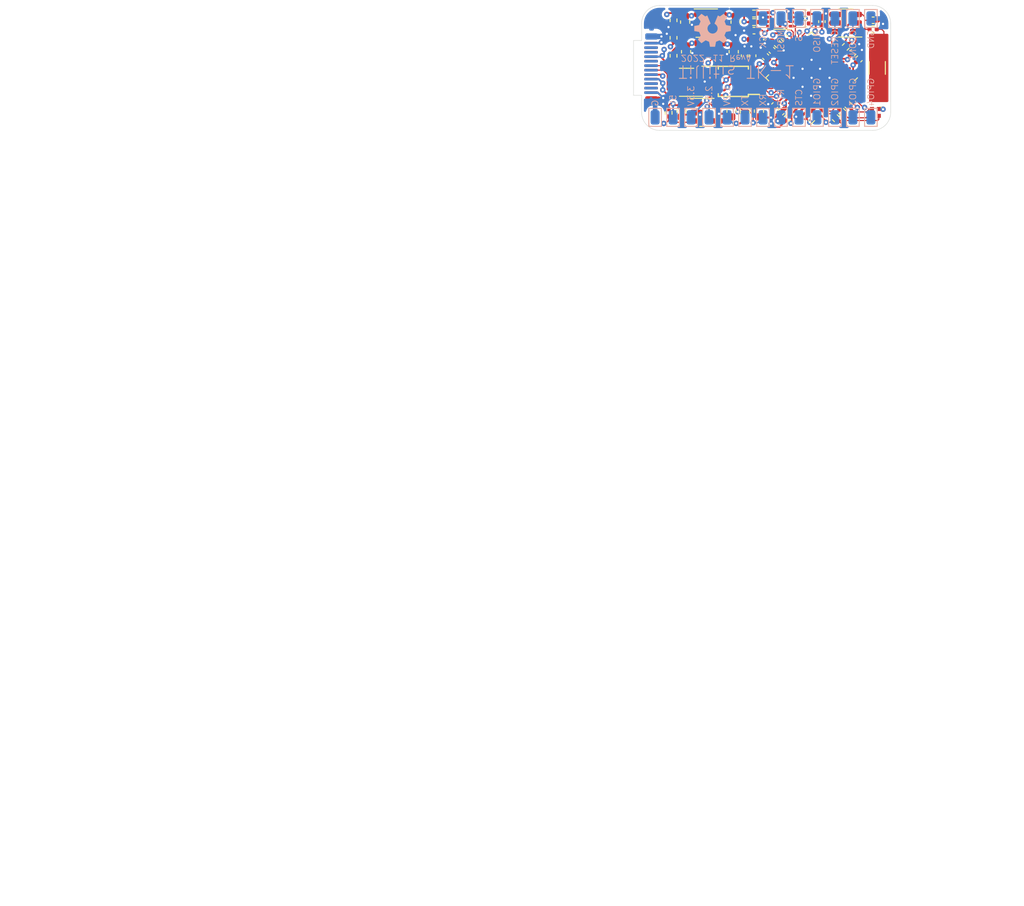
<source format=kicad_pcb>
(kicad_pcb (version 20211014) (generator pcbnew)
  (layers (0 "F.Cu" signal) (1 "In1.Cu" signal) (2 "In2.Cu" signal) (31 "B.Cu" signal) (34 "B.Paste" user) (35 "F.Paste" user) (36 "B.SilkS" user "B.Silkscreen") (37 "F.SilkS" user "F.Silkscreen") (38 "B.Mask" user) (39 "F.Mask" user) (44 "Edge.Cuts" user))
  (net 0 "")
  (net 1 "GND")
  (net 2 "+5V")
  (net 3 "+3V3")
  (net 4 "+2V5")
  (net 5 "+1V2")
  (net 6 "Net-(D3-Pad2)")
  (net 7 "Net-(D3-Pad4)")
  (net 8 "Net-(D3-Pad3)")
  (net 9 "/USB to Serial converter/INT_USB_IN_D+")
  (net 10 "APP_CDONE")
  (net 11 "APP_CRESET")
  (net 12 "APP_ICE_SCK")
  (net 13 "Net-(R1-Pad2)")
  (net 14 "VCC_OK")
  (net 17 "APP_LED_RED")
  (net 18 "APP_LED_GREEN")
  (net 19 "APP_LED_BLUE")
  (net 20 "SPI_VCC_OK")
  (net 21 "/USB to Serial converter/INT_USB_IN_D-")
  (net 22 "INT_USB_D+")
  (net 23 "INT_USB_D-")
  (net 24 "/Application FPGA/APP_+1.2_PLL")
  (net 25 "INTERFACE_TX")
  (net 28 "Net-(P1-PadA5)")
  (net 47 "APP_ICE_SS")
  (net 48 "APP_ICE_MOSI")
  (net 49 "APP_ICE_MISO")
  (net 57 "INTERFACE_RX")
  (net 58 "INTERFACE_RTS")
  (net 59 "INTERFACE_CTS")
  (net 60 "Net-(C27-Pad1)")
  (net 63 "/Application FPGA/APP_FLASH_WP")
  (net 64 "/Application FPGA/APP_FLASH_HOLD")
  (net 65 "APP_GPIO1")
  (net 66 "APP_GPIO2")
  (net 67 "APP_GPIO3")
  (net 68 "APP_GPIO4")
  (net 69 "TOUCH_EVENT")
  (net 70 "Net-(D1-Pad1)")
  (net 72 "/Application FPGA/TOUCH_PAD")
  (footprint "mta1:CAPC1005X06L" (layer "F.Cu") (at 111.45 92.65 90)
    (fp_text reference "C7" hide)
    (fp_text value "0.10uF" hide)
  )
  (footprint "mta1:CAPC1005X06L" (layer "F.Cu") (at 112.35 92.65 90)
    (fp_text reference "C13" hide)
    (fp_text value "0.10uF" hide)
  )
  (footprint "mta1:CAPC1005X06L" (layer "F.Cu") (at 123.5 92.3 45)
    (fp_text reference "C16" hide)
    (fp_text value "0.10uF" hide)
  )
  (footprint "mta1:CAPC1005X06L" (layer "F.Cu") (at 114.8 98.2 -135)
    (fp_text reference "C17" hide)
    (fp_text value "0.10uF" hide)
  )
  (footprint "mta1:CAPC1005X06L" (layer "F.Cu") (at 113.8 92.75 135)
    (fp_text reference "C18" hide)
    (fp_text value "0.10uF" hide)
  )
  (footprint "mta1:CAPC1005X06L" (layer "F.Cu") (at 124.2 93 45)
    (fp_text reference "C19" hide)
    (fp_text value "0.10uF" hide)
  )
  (footprint "mta1:CAPC1005X06L" (layer "F.Cu") (at 115.5 98.9 -135)
    (fp_text reference "C20" hide)
    (fp_text value "0.10uF" hide)
  )
  (footprint "mta1:CAPC1005X06L" (layer "F.Cu") (at 116.2 99.6 -135)
    (fp_text reference "C21" hide)
    (fp_text value "0.10uF" hide)
  )
  (footprint "LED_SMD:LED_0402_1005Metric" (layer "F.Cu") (at 112.5 90.85 180)
    (fp_text reference "D1" hide)
    (fp_text value "0402 indicator LED, blue" hide)
  )
  (footprint "mta1:0402rgb-1010" (layer "F.Cu") (at 126 98.95 90)
    (fp_text reference "D3")
    (fp_text value "LED_ARGB" hide)
  )
  (footprint "mta1:ERJ2G(0402)_L" (layer "F.Cu") (at 103.55 88.7 -90)
    (fp_text reference "R1" hide)
    (fp_text value "10k" hide)
  )
  (footprint "mta1:ERJ2G(0402)_L" (layer "F.Cu") (at 103.55 92.65 -90)
    (fp_text reference "R2" hide)
    (fp_text value "10k" hide)
  )
  (footprint "mta1:ERJ2G(0402)_L" (layer "F.Cu") (at 121.6 99.6 -45)
    (fp_text reference "R16" hide)
    (fp_text value "1k" hide)
  )
  (footprint "mta1:ERJ2G(0402)_L" (layer "F.Cu") (at 122.3 98.9 -45)
    (fp_text reference "R17" hide)
    (fp_text value "1k" hide)
  )
  (footprint "mta1:ERJ2G(0402)_L" (layer "F.Cu") (at 123 98.2 -45)
    (fp_text reference "R18" hide)
    (fp_text value "1k" hide)
  )
  (footprint "mta1:ERJ2G(0402)_L" (layer "F.Cu") (at 122.7 91.65 -135)
    (fp_text reference "R19" hide)
    (fp_text value "10k" hide)
  )
  (footprint "Package_TO_SOT_SMD:SOT-23-6" (layer "F.Cu") (at 105 95.6 180)
    (fp_text reference "U5" hide)
    (fp_text value "USBLC6-2SC6" hide)
  )
  (footprint "Package_DFN_QFN:QFN-48-1EP_7x7mm_P0.5mm_EP5.6x5.6mm" (layer "F.Cu") (at 118.9 95.1 -135)
    (fp_text reference "U6" hide)
    (fp_text value "ICE40UP5K-SG48ITR" hide)
  )
  (footprint "mta1:CAPC1608X09L" (layer "F.Cu") (at 104.94375 92.2 -90)
    (fp_text reference "C6" hide)
    (fp_text value "10uF" hide)
  )
  (footprint "mta1:CAPC1608X09L" (layer "F.Cu") (at 113.05 98.8 -90)
    (fp_text reference "C25" hide)
    (fp_text value "10uF" hide)
  )
  (footprint "mta1:Ferritbead_0603_1608Metric" (layer "F.Cu") (at 111.5 98.8 -90)
    (fp_text reference "FB3" hide)
    (fp_text value "BLM18KG300TN1D" hide)
  )
  (footprint "mta1:ERJ2G(0402)_L" (layer "F.Cu") (at 103 99 -90)
    (fp_text reference "R22" hide)
    (fp_text value "10k" hide)
  )
  (footprint "mta1:ERJ2G(0402)_L" (layer "F.Cu") (at 103.55 90.65 90)
    (fp_text reference "R29" hide)
    (fp_text value "5.1k" hide)
  )
  (footprint "mta1:ERJ2G(0402)_L" (layer "F.Cu") (at 115.9 90.65 -45)
    (fp_text reference "R20" hide)
    (fp_text value "10k" hide)
  )
  (footprint "mta1:CAPC1608X09L" (layer "F.Cu") (at 104.84375 88.9 -90)
    (fp_text reference "C1" hide)
    (fp_text value "10uF" hide)
  )
  (footprint "mta1:CAPC1608X09L" (layer "F.Cu") (at 110.45 88.9 -90)
    (fp_text reference "C5" hide)
    (fp_text value "10uF" hide)
  )
  (footprint "Package_TO_SOT_SMD:SOT-23-5" (layer "F.Cu") (at 107.64375 89)
    (fp_text reference "U2" hide)
    (fp_text value "MIC5258-1.2YM5" hide)
  )
  (footprint "mta1:CAPC1608X09L" (layer "F.Cu") (at 110 98.8 -90)
    (fp_text reference "C4" hide)
    (fp_text value "10uF" hide)
  )
  (footprint "mta1:CAPC1608X09L" (layer "F.Cu") (at 104.45 98.8 -90)
    (fp_text reference "C2" hide)
    (fp_text value "10uF" hide)
  )
  (footprint "Package_TO_SOT_SMD:SOT-23-5" (layer "F.Cu") (at 107.25 98.95)
    (fp_text reference "U1" hide)
    (fp_text value "MCP1824T-2502EOT" hide)
  )
  (footprint "mta1:CAPC1608X09L" (layer "F.Cu") (at 110.24375 92.2 -90)
    (fp_text reference "C3" hide)
    (fp_text value "10uF" hide)
  )
  (footprint "mta1:ERJ2G(0402)_L" (layer "F.Cu") (at 115.15 91.35 -45)
    (fp_text reference "R3" hide)
    (fp_text value "1k" hide)
  )
  (footprint "mta1:CAPC1005X06L" (layer "F.Cu") (at 114.5 92.05 135)
    (fp_text reference "C22" hide)
    (fp_text value "0.10uF" hide)
  )
  (footprint "mta1:NCP752BSN33T1G" (layer "F.Cu") (at 107.59375 92.2)
    (fp_text reference "U9" hide)
    (fp_text value "NCP752BSN33T1G" hide)
  )
  (footprint "mta1:ERJ2G(0402)_L" (layer "F.Cu") (at 118.2 87.95 180)
    (fp_text reference "R25" hide)
    (fp_text value "10k" hide)
  )
  (footprint "mta1:CAPC1005X06L" (layer "F.Cu") (at 112.5 89.85 180)
    (fp_text reference "C23" hide)
    (fp_text value "0.10uF" hide)
  )
  (footprint "Package_SO:MSOP-10_3x3mm_P0.5mm" (layer "F.Cu") (at 110.2 95.5 180)
    (fp_text reference "U3" hide)
    (fp_text value "CH552E" hide)
  )
  (footprint "mta1:CAPC1005X06L" (layer "F.Cu") (at 120.05 88.85 90)
    (fp_text reference "C26" hide)
    (fp_text value "0.10uF" hide)
  )
  (footprint "mta1:ERJ2G(0402)_L" (layer "F.Cu") (at 118.2 89.05 180)
    (fp_text reference "R23" hide)
    (fp_text value "10k" hide)
  )
  (footprint "mta1:ERJ2G(0402)_L" (layer "F.Cu") (at 112.5 88.9)
    (fp_text reference "R26" hide)
    (fp_text value "10k" hide)
  )
  (footprint "Package_TO_SOT_SMD:SOT-23-6" (layer "F.Cu") (at 122.7 89 180)
    (fp_text reference "U10" hide)
    (fp_text value "PT2043AT6" hide)
  )
  (footprint "mta1:W25Q80DVUXIE" (layer "F.Cu") (at 115.4 88.6 180)
    (fp_text reference "U8" hide)
    (fp_text value "W25Q80DVUXIE" hide)
  )
  (footprint "mta1:ERJ2G(0402)_L" (layer "F.Cu") (at 125.75 89.7)
    (fp_text reference "R30" hide)
    (fp_text value "2k" hide)
  )
  (footprint "Fiducial:Fiducial_0.75mm_Mask1.5mm" (layer "F.Cu") (at 101.5 88.5)
    (fp_text reference "FID1" hide)
    (fp_text value "Fiducial" hide)
  )
  (footprint "Fiducial:Fiducial_0.75mm_Mask1.5mm" (layer "F.Cu") (at 124.25 96.75)
    (fp_text reference "FID2" hide)
    (fp_text value "Fiducial" hide)
  )
  (footprint "mta1:CAPC1005X06L" (layer "F.Cu") (at 125.75 88.7)
    (fp_text reference "C27" hide)
    (fp_text value "1pF" hide)
  )
  (footprint "Capacitor_SMD:C_1206_3216Metric" (layer "F.Cu") (at 126.2 94 90)
    (fp_text reference "C8" hide)
    (fp_text value "1uF" hide)
  )
  (footprint "mta1:U261-241N-4BS60" (layer "F.Cu") (at 101.05 94)
    (fp_text reference "P1" hide)
    (fp_text value "USB_C_Plug" hide)
    (fp_line (start -1.95 -3.05) (end -1.05 -3.05) (layer "Edge.Cuts") (width 0.05))
    (fp_line (start -1.95 3.05) (end -1.05 3.05) (layer "Edge.Cuts") (width 0.05))
    (fp_line (start -1.95 -3.05) (end -1.95 3.05) (layer "Edge.Cuts") (width 0.05))
    (fp_line (start -1.05 -3.05) (end -1.05 -3.95) (layer "Edge.Cuts") (width 0.05))
    (fp_line (start -1.05 3.95) (end -1.05 3.05) (layer "Edge.Cuts") (width 0.05))
  )
  (footprint "mta1:ERJ2G(0402)_L" (layer "F.Cu") (at 112.5 87.95)
    (fp_text reference "R24" hide)
    (fp_text value "10k" hide)
  )
  (footprint "mta1:TestPoint_Pad_D1.0mm" (layer "B.Cu") (at 103.5 99.5)
    (fp_text reference "TP1" hide)
    (fp_text value "5V" hide)
  )
  (footprint "mta1:TestPoint_Pad_D1.0mm" (layer "B.Cu") (at 107.5 99.5)
    (fp_text reference "TP3" hide)
    (fp_text value "2V5" hide)
  )
  (footprint "mta1:TestPoint_Pad_D1.0mm" (layer "B.Cu") (at 109.5 99.5)
    (fp_text reference "TP4" hide)
    (fp_text value "1V2" hide)
  )
  (footprint "mta1:TestPoint_Pad_D1.0mm" (layer "B.Cu") (at 105.5 99.5 180)
    (fp_text reference "TP2" hide)
    (fp_text value "3V3" hide)
  )
  (footprint "mta1:TestPoint_Pad_D1.0mm" (layer "B.Cu") (at 113.5 99.5 180)
    (fp_text reference "TP7" hide)
    (fp_text value "INT_RX" hide)
  )
  (footprint "mta1:TestPoint_Pad_D1.0mm" (layer "B.Cu") (at 117.5 99.5 180)
    (fp_text reference "TP9" hide)
    (fp_text value "INT_CTS" hide)
  )
  (footprint "mta1:TestPoint_Pad_D1.0mm" (layer "B.Cu") (at 125.5 88.5 180)
    (fp_text reference "TP5" hide)
    (fp_text value "APP_GND" hide)
  )
  (footprint "mta1:TestPoint_Pad_D1.0mm" (layer "B.Cu") (at 119.5 99.5)
    (fp_text reference "TP18" hide)
    (fp_text value "APP_GPIO1" hide)
  )
  (footprint "mta1:logo_OPENHARDWARE_4mmX4mm" (layer "B.Cu") (at 107.9 89.55)
    (fp_text reference "REF**" hide)
    (fp_text value "logo")
  )
  (footprint "mta1:TestPoint_Pad_D1.0mm" (layer "B.Cu") (at 121.5 99.5)
    (fp_text reference "TP19" hide)
    (fp_text value "APP_GPIO2" hide)
  )
  (footprint "mta1:TestPoint_Pad_D1.0mm" (layer "B.Cu") (at 115.5 88.5)
    (fp_text reference "TP14" hide)
    (fp_text value "APP_ICE_MOSI" hide)
  )
  (footprint "mta1:TestPoint_Pad_D1.0mm" (layer "B.Cu") (at 101.5 99.5 180)
    (fp_text reference "TP28" hide)
    (fp_text value "GND" hide)
  )
  (footprint "mta1:TestPoint_Pad_D1.0mm" (layer "B.Cu") (at 115.5 99.5 180)
    (fp_text reference "TP8" hide)
    (fp_text value "INT_RTS" hide)
  )
  (footprint "mta1:TestPoint_Pad_D1.0mm" (layer "B.Cu") (at 123.5 88.5)
    (fp_text reference "TP17" hide)
    (fp_text value "APP_CDONE" hide)
  )
  (footprint "mta1:TestPoint_Pad_D1.0mm" (layer "B.Cu") (at 119.5 88.5)
    (fp_text reference "TP15" hide)
    (fp_text value "APP_ICE_MISO" hide)
  )
  (footprint "mta1:TestPoint_Pad_D1.0mm" (layer "B.Cu") (at 123.5 99.5)
    (fp_text reference "TP20" hide)
    (fp_text value "APP_GPIO3" hide)
  )
  (footprint "mta1:TestPoint_Pad_D1.0mm" (layer "B.Cu") (at 111.5 99.5 180)
    (fp_text reference "TP6" hide)
    (fp_text value "INT_TX" hide)
  )
  (footprint "mta1:TestPoint_Pad_D1.0mm" (layer "B.Cu") (at 117.5 88.5)
    (fp_text reference "TP13" hide)
    (fp_text value "APP_ICE_SS" hide)
  )
  (footprint "mta1:TestPoint_Pad_D1.0mm" (layer "B.Cu") (at 113.5 88.5)
    (fp_text reference "TP12" hide)
    (fp_text value "APP_ICE_SCK" hide)
  )
  (footprint "mta1:TestPoint_Pad_D1.0mm" (layer "B.Cu") (at 125.5 99.5)
    (fp_text reference "TP21" hide)
    (fp_text value "APP_GPIO4" hide)
  )
  (footprint "mta1:TestPoint_Pad_D1.0mm" (layer "B.Cu") (at 121.5 88.5)
    (fp_text reference "TP16" hide)
    (fp_text value "APP_CRESET" hide)
  )
  (gr_line (start 100 97.95) (end 100 98.95) (layer "Edge.Cuts") (width 0.05))
  (gr_line (start 102 87.05) (end 125.7 87.05) (layer "Edge.Cuts") (width 0.05))
  (gr_arc (start 125.7 87.05) (mid 127.114214 87.635786) (end 127.7 89.05) (layer "Edge.Cuts") (width 0.05))
  (gr_line (start 127.7 89.05) (end 127.7 98.95) (layer "Edge.Cuts") (width 0.05))
  (gr_arc (start 102 100.95) (mid 100.585275 100.364725) (end 100 98.95) (layer "Edge.Cuts") (width 0.05))
  (gr_arc (start 127.7 98.95) (mid 127.114214 100.364214) (end 125.7 100.95) (layer "Edge.Cuts") (width 0.05))
  (gr_line (start 125.7 100.95) (end 102 100.95) (layer "Edge.Cuts") (width 0.05))
  (gr_arc (start 100 89.05) (mid 100.585786 87.635786) (end 102 87.05) (layer "Edge.Cuts") (width 0.05))
  (gr_line (start 100 89.05) (end 100 90.05) (layer "Edge.Cuts") (width 0.05))
  (gr_text "GPIO1" (at 119.5 98.3 90) (layer "B.SilkS") (effects (font (size 0.7 0.7) (thickness 0.08)) (justify right mirror)))
  (gr_text "2022-11 RevA" (at 104.3 92.9 180) (layer "B.SilkS") (effects (font (size 0.7 0.7) (thickness 0.08)) (justify left mirror)))
  (gr_text "1.2V" (at 109.5 98.3 90) (layer "B.SilkS") (effects (font (size 0.7 0.7) (thickness 0.08)) (justify right mirror)))
  (gr_text "CTS" (at 117.5 98.3 90) (layer "B.SilkS") (effects (font (size 0.7 0.7) (thickness 0.08)) (justify right mirror)))
  (gr_text "G" (at 101.5 98.3 90) (layer "B.SilkS") (effects (font (size 0.7 0.7) (thickness 0.08)) (justify right mirror)))
  (gr_text "CDONE" (at 123.5 89.7 90) (layer "B.SilkS") (effects (font (size 0.7 0.7) (thickness 0.08)) (justify left mirror)))
  (gr_text "MOSI" (at 115.5 89.7 90) (layer "B.SilkS") (effects (font (size 0.7 0.7) (thickness 0.08)) (justify left mirror)))
  (gr_text "GPIO4" (at 125.5 98.3 90) (layer "B.SilkS") (effects (font (size 0.7 0.7) (thickness 0.08)) (justify right mirror)))
  (gr_text "RX" (at 113.5 98.3 90) (layer "B.SilkS") (effects (font (size 0.7 0.7) (thickness 0.08)) (justify right mirror)))
  (gr_text "3.3V" (at 105.5 98.3 90) (layer "B.SilkS") (effects (font (size 0.7 0.7) (thickness 0.08)) (justify right mirror)))
  (gr_text "TX" (at 111.5 98.3 90) (layer "B.SilkS") (effects (font (size 0.7 0.7) (thickness 0.08)) (justify right mirror)))
  (gr_text "GND" (at 125.5 89.7 90) (layer "B.SilkS") (effects (font (size 0.7 0.7) (thickness 0.08)) (justify left mirror)))
  (gr_text "SCK" (at 113.5 89.7 90) (layer "B.SilkS") (effects (font (size 0.7 0.7) (thickness 0.08)) (justify left mirror)))
  (gr_text "MISO" (at 119.5 89.7 90) (layer "B.SilkS") (effects (font (size 0.7 0.7) (thickness 0.08)) (justify left mirror)))
  (gr_text "Tillitis TK-1" (at 104 94.4 180) (layer "B.SilkS") (effects (font (size 1.4 1.4) (thickness 0.1)) (justify left mirror)))
  (gr_text "RTS" (at 115.5 98.3 90) (layer "B.SilkS") (effects (font (size 0.7 0.7) (thickness 0.08)) (justify right mirror)))
  (gr_text "5V" (at 103.5 98.3 90) (layer "B.SilkS") (effects (font (size 0.7 0.7) (thickness 0.08)) (justify right mirror)))
  (gr_text "CRESET" (at 121.5 89.7 90) (layer "B.SilkS") (effects (font (size 0.7 0.7) (thickness 0.08)) (justify left mirror)))
  (gr_text "GPIO3" (at 123.5 98.3 90) (layer "B.SilkS") (effects (font (size 0.7 0.7) (thickness 0.08)) (justify right mirror)))
  (gr_text "GPIO2" (at 121.5 98.3 90) (layer "B.SilkS") (effects (font (size 0.7 0.7) (thickness 0.08)) (justify right mirror)))
  (gr_text "2.5V" (at 107.5 98.3 90) (layer "B.SilkS") (effects (font (size 0.7 0.7) (thickness 0.08)) (justify right mirror)))
  (gr_text "SS" (at 117.5 89.7 90) (layer "B.SilkS") (effects (font (size 0.7 0.7) (thickness 0.08)) (justify left mirror)))
  (segment (start 114.4 99.5245) (end 113.1245 99.5245) (width 0.2) (layer "F.Cu") (net 1))
  (segment (start 106.1375 95.6) (end 106.93502 95.6) (width 0.2) (layer "F.Cu") (net 1))
  (segment (start 124.75 92.25) (end 124.75 92.45) (width 0.2) (layer "F.Cu") (net 1))
  (segment (start 101.9 97.5) (end 102.4 98) (width 0.6) (layer "F.Cu") (net 1))
  (segment (start 109.891862 92.85) (end 110.24375 92.85) (width 0.2) (layer "F.Cu") (net 1))
  (segment (start 123.15 89.05) (end 122.7 89.5) (width 0.2) (layer "F.Cu") (net 1))
  (segment (start 113.524228 92.474228) (end 113.25 92.2) (width 0.2) (layer "F.Cu") (net 1))
  (segment (start 115.174228 99.175772) (end 115.224228 99.175772) (width 0.2) (layer "F.Cu") (net 1))
  (segment (start 121.5625 88.05) (end 120.6 88.05) (width 0.2) (layer "F.Cu") (net 1))
  (segment (start 112.35 92.26) (end 112.35 91.75) (width 0.2) (layer "F.Cu") (net 1))
  (segment (start 102.4 97.35) (end 102.4 98) (width 0.2) (layer "F.Cu") (net 1))
  (segment (start 104.95 92.75) (end 105.15 92.75) (width 0.2) (layer "F.Cu") (net 1))
  (segment (start 105.15 92.75) (end 105.65 92.25) (width 0.2) (layer "F.Cu") (net 1))
  (segment (start 124.75 92.45) (end 124.475772 92.724228) (width 0.2) (layer "F.Cu") (net 1))
  (segment (start 124.5 92) (end 124.75 92.25) (width 0.2) (layer "F.Cu") (net 1))
  (segment (start 106.3125 99.2) (end 106.1125 99) (width 0.2) (layer "F.Cu") (net 1))
  (segment (start 115.432843 91.632843) (end 115.432843 91.682843) (width 0.2) (layer "F.Cu") (net 1))
  (segment (start 103.55 89.820552) (end 103.28798 89.558532) (width 0.2) (layer "F.Cu") (net 1))
  (segment (start 123.8375 89.05) (end 123.15 89.05) (width 0.2) (layer "F.Cu") (net 1))
  (segment (start 114.4 99.5245) (end 114.8255 99.5245) (width 0.2) (layer "F.Cu") (net 1))
  (segment (start 105.7 89) (end 105.25 89.45) (width 0.2) (layer "F.Cu") (net 1))
  (segment (start 114.8255 99.5245) (end 115.174228 99.175772) (width 0.2) (layer "F.Cu") (net 1))
  (segment (start 126.45 88.7) (end 126.85 89.1) (width 0.2) (layer "F.Cu") (net 1))
  (segment (start 106.50625 89) (end 105.79375 89) (width 0.2) (layer "F.Cu") (net 1))
  (segment (start 106.5 99.2) (end 104.7 99.2) (width 0.2) (layer "F.Cu") (net 1))
  (segment (start 101.1 97.5) (end 101.9 97.5) (width 0.6) (layer "F.Cu") (net 1))
  (segment (start 108 95.45) (end 107.08502 95.45) (width 0.2) (layer "F.Cu") (net 1))
  (segment (start 110.45 89.55) (end 110.45 90.35) (width 0.2) (layer "F.Cu") (net 1))
  (segment (start 107.08502 95.45) (end 107.01751 95.51751) (width 0.2) (layer "F.Cu") (net 1))
  (segment (start 101.8 96.75) (end 102.4 97.35) (width 0.2) (layer "F.Cu") (net 1))
  (segment (start 113.712489 91.262489) (end 114.224228 91.774228) (width 0.2) (layer "F.Cu") (net 1))
  (segment (start 113.7 91.262489) (end 113.712489 91.262489) (width 0.2) (layer "F.Cu") (net 1))
  (segment (start 103.28798 89.53798) (end 103.206771 89.456771) (width 0.2) (layer "F.Cu") (net 1))
  (segment (start 109.45 99.45) (end 110 99.45) (width 0.2) (layer "F.Cu") (net 1))
  (segment (start 103.28798 89.558532) (end 103.28798 89.53798) (width 0.2) (layer "F.Cu") (net 1))
  (segment (start 116.345293 87.690236) (end 116.490236 87.690236) (width 0.2) (layer "F.Cu") (net 1))
  (segment (start 114.4 100.2) (end 114.749511 100.549511) (width 0.2) (layer "F.Cu") (net 1))
  (segment (start 124.2 91.6) (end 123.775772 92.024228) (width 0.2) (layer "F.Cu") (net 1))
  (segment (start 105.25 89.45) (end 104.85 89.45) (width 0.2) (layer "F.Cu") (net 1))
  (segment (start 106.93502 95.6) (end 107.01751 95.51751) (width 0.2) (layer "F.Cu") (net 1))
  (segment (start 113.25 92.2) (end 113.25 91.75) (width 0.2) (layer "F.Cu") (net 1))
  (segment (start 120.05 88.46) (end 120.05 88.5) (width 0.2) (layer "F.Cu") (net 1))
  (segment (start 115.432843 91.682843) (end 115.8 92.05) (width 0.2) (layer "F.Cu") (net 1))
  (segment (start 105.8 92.1) (end 105.65 92.25) (width 0.2) (layer "F.Cu") (net 1))
  (segment (start 106.50625 89) (end 105.7 89) (width 0.2) (layer "F.Cu") (net 1))
  (segment (start 101.05 96.75) (end 101.8 96.75) (width 0.2) (layer "F.Cu") (net 1))
  (segment (start 102.1 91.25) (end 102.2 91.15) (width 0.2) (layer "F.Cu") (net 1))
  (segment (start 101.05 91.25) (end 102.1 91.25) (width 0.2) (layer "F.Cu") (net 1))
  (segment (start 120.6 88.05) (end 120.5 87.95) (width 0.2) (layer "F.Cu") (net 1))
  (segment (start 120.25 87.95) (end 120.5 87.95) (width 0.2) (layer "F.Cu") (net 1))
  (segment (start 104.7 99.2) (end 104.45 99.45) (width 0.2) (layer "F.Cu") (net 1))
  (segment (start 114.08 98.03) (end 114.524228 98.474228) (width 0.2) (layer "F.Cu") (net 1))
  (segment (start 114.524228 98.474228) (end 114.524228 98.475772) (width 0.2) (layer "F.Cu") (net 1))
  (segment (start 112.35 91.75) (end 112.2 91.6) (width 0.2) (layer "F.Cu") (net 1))
  (segment (start 120.05 88.15) (end 120.25 87.95) (width 0.2) (layer "F.Cu") (net 1))
  (segment (start 115.356905 100.549511) (end 115.924228 99.982188) (width 0.2) (layer "F.Cu") (net 1))
  (segment (start 121.5625 90) (end 122.2 90) (width 0.2) (layer "F.Cu") (net 1))
  (segment (start 111.45 92.26) (end 111.45 91.6) (width 0.2) (layer "F.Cu") (net 1))
  (segment (start 108.6005 99.1) (end 109.1 99.1) (width 0.2) (layer "F.Cu") (net 1))
  (segment (start 106.4 92.1) (end 105.8 92.1) (width 0.2) (layer "F.Cu") (net 1))
  (segment (start 103.206771 89.456771) (end 102.987526 89.456771) (width 0.2) (layer "F.Cu") (net 1))
  (segment (start 124.2 91.35) (end 124.2 91.6) (width 0.2) (layer "F.Cu") (net 1))
  (segment (start 109.1 99.1) (end 109.45 99.45) (width 0.2) (layer "F.Cu") (net 1))
  (segment (start 120.05 88.5) (end 120.05 88.15) (width 0.2) (layer "F.Cu") (net 1))
  (segment (start 126.14 88.7) (end 126.45 88.7) (width 0.2) (layer "F.Cu") (net 1))
  (segment (start 116.490236 87.690236) (end 116.65 87.85) (width 0.2) (layer "F.Cu") (net 1))
  (segment (start 106.5 99.2) (end 106.3125 99.2) (width 0.2) (layer "F.Cu") (net 1))
  (segment (start 115.924228 99.982188) (end 115.924228 99.875772) (width 0.2) (layer "F.Cu") (net 1))
  (segment (start 114.749511 100.549511) (end 115.356905 100.549511) (width 0.2) (layer "F.Cu") (net 1))
  (segment (start 109.499292 92.45743) (end 109.891862 92.85) (width 0.2) (layer "F.Cu") (net 1))
  (segment (start 103.55 90.25) (end 103.55 89.820552) (width 0.2) (layer "F.Cu") (net 1))
  (segment (start 122.2 90) (end 122.7 89.5) (width 0.2) (layer "F.Cu") (net 1))
  (segment (start 112.11 89.85) (end 111.4 89.85) (width 0.2) (layer "F.Cu") (net 1))
  (via (at 113.7 91.262489) (size 0.6) (drill 0.25) (layers "F.Cu" "B.Cu") (net 1))
  (via (at 126.85 89.1) (size 0.6) (drill 0.25) (layers "F.Cu" "B.Cu") (net 1))
  (via (at 109.499292 92.45743) (size 0.6) (drill 0.25) (layers "F.Cu" "B.Cu") (net 1))
  (via (at 105.64375 92.35) (size 0.6) (drill 0.25) (layers "F.Cu" "B.Cu") (net 1))
  (via (at 114.4 100.2) (size 0.6) (drill 0.25) (layers "F.Cu" "B.Cu") (net 1))
  (via (at 102.2 90.5) (size 0.6) (drill 0.25) (layers "F.Cu" "B.Cu") (net 1))
  (via (at 107.01751 95.51751) (size 0.6) (drill 0.25) (layers "F.Cu" "B.Cu") (net 1))
  (via (at 112.2 91.6) (size 0.6) (drill 0.25) (layers "F.Cu" "B.Cu") (net 1))
  (via (at 117.9 96.1) (size 0.6) (drill 0.25) (layers "F.Cu" "B.Cu") (net 1))
  (via (at 116.9 95.1) (size 0.6) (drill 0.25) (layers "F.Cu" "B.Cu") (net 1))
  (via (at 114.08 98.03) (size 0.6) (drill 0.25) (layers "F.Cu" "B.Cu") (net 1))
  (via (at 110.45 90.35) (size 0.6) (drill 0.25) (layers "F.Cu" "B.Cu") (net 1))
  (via (at 116.345293 87.690236) (size 0.6) (drill 0.25) (layers "F.Cu" "B.Cu") (net 1))
  (via (at 119.85 94.1) (size 0.6) (drill 0.25) (layers "F.Cu" "B.Cu") (net 1))
  (via (at 118.9 93.1) (size 0.6) (drill 0.25) (layers "F.Cu" "B.Cu") (net 1))
  (via (at 102.8 90.2) (size 0.6) (drill 0.25) (layers "F.Cu" "B.Cu") (net 1))
  (via (at 102.987526 89.456771) (size 0.6) (drill 0.25) (layers "F.Cu" "B.Cu") (net 1))
  (via (at 124.2 91.35) (size 0.6) (drill 0.25) (layers "F.Cu" "B.Cu") (net 1))
  (via (at 102.2 91.15) (size 0.6) (drill 0.25) (layers "F.Cu" "B.Cu") (net 1))
  (via (at 111.45 91.6) (size 0.6) (drill 0.25) (layers "F.Cu" "B.Cu") (net 1))
  (via (at 113.25 91.75) (size 0.6) (drill 0.25) (layers "F.Cu" "B.Cu") (net 1))
  (via (at 114.4 99.5245) (size 0.6) (drill 0.25) (layers "F.Cu" "B.Cu") (net 1))
  (via (at 117.9 94.1) (size 0.6) (drill 0.25) (layers "F.Cu" "B.Cu") (net 1))
  (via (at 105.59375 89.2) (size 0.6) (drill 0.25) (layers "F.Cu" "B.Cu") (net 1))
  (via (at 118.9 95.1) (size 0.6) (drill 0.25) (layers "F.Cu" "B.Cu") (net 1))
  (via (at 122.7 89.5) (size 0.6) (drill 0.25) (layers "F.Cu" "B.Cu") (net 1))
  (via (at 108.6005 99.1) (size 0.6) (drill 0.25) (layers "F.Cu" "B.Cu") (net 1))
  (via (at 106.5 99.2) (size 0.6) (drill 0.25) (layers "F.Cu" "B.Cu") (net 1))
  (via (at 120.5 87.95) (size 0.6) (drill 0.25) (layers "F.Cu" "B.Cu") (net 1))
  (via (at 119.85 96.1) (size 0.6) (drill 0.25) (layers "F.Cu" "B.Cu") (net 1))
  (via (at 102.4 98) (size 0.6) (drill 0.25) (layers "F.Cu" "B.Cu") (net 1))
  (via (at 102.4 97.35) (size 0.6) (drill 0.25) (layers "F.Cu" "B.Cu") (net 1))
  (via (at 124.5 92) (size 0.6) (drill 0.25) (layers "F.Cu" "B.Cu") (net 1))
  (via (at 120.9 95.1) (size 0.6) (drill 0.25) (layers "F.Cu" "B.Cu") (net 1))
  (via (at 111.4 89.85) (size 0.6) (drill 0.25) (layers "F.Cu" "B.Cu") (net 1))
  (via (at 115.8 92.05) (size 0.6) (drill 0.25) (layers "F.Cu" "B.Cu") (net 1))
  (via (at 118.85 97.1) (size 0.6) (drill 0.25) (layers "F.Cu" "B.Cu") (net 1))
  (segment (start 101.1 90.5) (end 102.2 90.5) (width 0.6) (layer "B.Cu") (net 1))
  (segment (start 102.2 90.5) (end 102.2 91.15) (width 0.2) (layer "B.Cu") (net 1))
  (segment (start 101.05 96.75) (end 101.8 96.75) (width 0.2) (layer "B.Cu") (net 1))
  (segment (start 101.8 96.75) (end 102.4 97.35) (width 0.2) (layer "B.Cu") (net 1))
  (segment (start 101.05 91.25) (end 102.1 91.25) (width 0.2) (layer "B.Cu") (net 1))
  (segment (start 102.1 91.25) (end 102.2 91.15) (width 0.2) (layer "B.Cu") (net 1))
  (segment (start 103.2 98) (end 103 98.2) (width 0.2) (layer "F.Cu") (net 2))
  (segment (start 105.5 88.15) (end 104.85 88.15) (width 0.2) (layer "F.Cu") (net 2))
  (segment (start 103.55 88) (end 103.55 88.3) (width 0.2) (layer "F.Cu") (net 2))
  (segment (start 104.524546 94) (end 104.72452 94.199974) (width 0.2) (layer "F.Cu") (net 2))
  (segment (start 103.45 87.9) (end 103.55 88) (width 0.2) (layer "F.Cu") (net 2))
  (segment (start 104.5 97.1) (end 103 97.1) (width 0.2) (layer "F.Cu") (net 2))
  (segment (start 103.8625 95.6) (end 104.7 95.6) (width 0.2) (layer "F.Cu") (net 2))
  (segment (start 102.95 87.9) (end 103.45 87.9) (width 0.2) (layer "F.Cu") (net 2))
  (segment (start 104.7 95.6) (end 104.72452 95.57548) (width 0.2) (layer "F.Cu") (net 2))
  (segment (start 106.0625 98) (end 104.6 98) (width 0.2) (layer "F.Cu") (net 2))
  (segment (start 101.05 92.75) (end 102.2 92.75) (width 0.2) (layer "F.Cu") (net 2))
  (segment (start 104.72452 94.199974) (end 104.72452 95.57548) (width 0.2) (layer "F.Cu") (net 2))
  (segment (start 103.35 94) (end 104.524546 94) (width 0.2) (layer "F.Cu") (net 2))
  (segment (start 102.2 92.75) (end 102.3 92.65) (width 0.2) (layer "F.Cu") (net 2))
  (segment (start 104.6 98) (end 104.45 98.15) (width 0.2) (layer "F.Cu") (net 2))
  (segment (start 103.5 98) (end 103.2 98) (width 0.2) (layer "F.Cu") (net 2))
  (segment (start 104.94375 91.55) (end 105.29375 91.55) (width 0.2) (layer "F.Cu") (net 2))
  (segment (start 105.6 91.15) (end 106.4 91.15) (width 0.2) (layer "F.Cu") (net 2))
  (segment (start 101.9 95.25) (end 101.05 95.25) (width 0.2) (layer "F.Cu") (net 2))
  (segment (start 104 91.55) (end 104.85 91.55) (width 0.2) (layer "F.Cu") (net 2))
  (segment (start 105.69375 88.05) (end 106.50625 88.05) (width 0.2) (layer "F.Cu") (net 2))
  (segment (start 104.72452 96.87548) (end 104.5 97.1) (width 0.2) (layer "F.Cu") (net 2))
  (segment (start 102.8 88.05) (end 102.95 87.9) (width 0.2) (layer "F.Cu") (net 2))
  (segment (start 105.29375 91.55) (end 105.59375 91.25) (width 0.2) (layer "F.Cu") (net 2))
  (segment (start 103 98.2) (end 103 98.6) (width 0.2) (layer "F.Cu") (net 2))
  (segment (start 103.55 92.25) (end 103.55 92) (width 0.2) (layer "F.Cu") (net 2))
  (segment (start 103.55 92) (end 104 91.55) (width 0.2) (layer "F.Cu") (net 2))
  (segment (start 102.3 92.95) (end 103.35 94) (width 0.2) (layer "F.Cu") (net 2))
  (segment (start 103.5 98) (end 103.65 98.15) (width 0.2) (layer "F.Cu") (net 2))
  (segment (start 102.35 95.7) (end 101.9 95.25) (width 0.2) (layer "F.Cu") (net 2))
  (segment (start 103.65 98.15) (end 104.45 98.15) (width 0.2) (layer "F.Cu") (net 2))
  (segment (start 104.72452 95.57548) (end 104.72452 96.87548) (width 0.2) (layer "F.Cu") (net 2))
  (segment (start 102.3 92.65) (end 102.3 92.95) (width 0.2) (layer "F.Cu") (net 2))
  (segment (start 103 97.1) (end 102.35 96.45) (width 0.2) (layer "F.Cu") (net 2))
  (segment (start 105.55 88.1) (end 105.5 88.15) (width 0.2) (layer "F.Cu") (net 2))
  (via (at 105.54375 88.2) (size 0.6) (drill 0.25) (layers "F.Cu" "B.Cu") (net 2))
  (via (at 105.59375 91.25) (size 0.6) (drill 0.25) (layers "F.Cu" "B.Cu") (net 2))
  (via (at 102.5 91.95) (size 0.6) (drill 0.25) (layers "F.Cu" "B.Cu") (net 2))
  (via (at 103.5 98) (size 0.6) (drill 0.25) (layers "F.Cu" "B.Cu") (net 2))
  (via (at 102.3 92.65) (size 0.6) (drill 0.25) (layers "F.Cu" "B.Cu") (net 2))
  (via (at 102.35 95.7) (size 0.6) (drill 0.25) (layers "F.Cu" "B.Cu") (net 2))
  (via (at 102.8 88.05) (size 0.6) (drill 0.25) (layers "F.Cu" "B.Cu") (net 2))
  (via (at 102.35 96.45) (size 0.6) (drill 0.25) (layers "F.Cu" "B.Cu") (net 2))
  (segment (start 102.5 92.45) (end 102.5 91.95) (width 0.2) (layer "B.Cu") (net 2))
  (segment (start 102.2 92.75) (end 102.3 92.65) (width 0.2) (layer "B.Cu") (net 2))
  (segment (start 101.9 95.25) (end 102.35 95.7) (width 0.2) (layer "B.Cu") (net 2))
  (segment (start 103.5 98) (end 103.5 99.5) (width 0.2) (layer "B.Cu") (net 2))
  (segment (start 102.3 92.65) (end 102.5 92.45) (width 0.2) (layer "B.Cu") (net 2))
  (segment (start 102.35 95.7) (end 102.35 96.45) (width 0.2) (layer "B.Cu") (net 2))
  (segment (start 101.05 95.25) (end 101.9 95.25) (width 0.2) (layer "B.Cu") (net 2))
  (segment (start 101.05 92.75) (end 102.2 92.75) (width 0.2) (layer "B.Cu") (net 2))
  (segment (start 109.4 95.35) (end 111.25 93.5) (width 0.2) (layer "F.Cu") (net 3))
  (segment (start 116.72 100.053257) (end 116.610383 100.162874) (width 0.2) (layer "F.Cu") (net 3))
  (segment (start 110.00048 95.176912) (end 111.377394 93.8) (width 0.2) (layer "F.Cu") (net 3))
  (segment (start 108 96) (end 108.75 96) (width 0.2) (layer "F.Cu") (net 3))
  (segment (start 112.1 88.9) (end 111.45 88.9) (width 0.2) (layer "F.Cu") (net 3))
  (segment (start 107.808531 97.05) (end 107.256692 97.601839) (width 0.2) (layer "F.Cu") (net 3))
  (segment (start 115.4 90.15) (end 115.617157 90.367157) (width 0.2) (layer "F.Cu") (net 3))
  (segment (start 123.522528 93.677472) (end 123.522528 94.366559) (width 0.2) (layer "F.Cu") (net 3))
  (segment (start 119.365412 89.034588) (end 119.365412 88.215412) (width 0.2) (layer "F.Cu") (net 3))
  (segment (start 113.7 90.15) (end 114.15 89.7) (width 0.2) (layer "F.Cu") (net 3))
  (segment (start 118.6 89.05) (end 119.35 89.05) (width 0.2) (layer "F.Cu") (net 3))
  (segment (start 123.522528 94.366559) (end 123.275223 94.613864) (width 0.2) (layer "F.Cu") (net 3))
  (segment (start 111.724554 93.800969) (end 111.999031 93.800969) (width 0.2) (layer "F.Cu") (net 3))
  (segment (start 114.599988 90.338489) (end 114.788477 90.15) (width 0.2) (layer "F.Cu") (net 3))
  (segment (start 111.6 87.95) (end 111.4 88.15) (width 0.2) (layer "F.Cu") (net 3))
  (segment (start 115.05 92.6) (end 115.05 93.05) (width 0.2) (layer "F.Cu") (net 3))
  (segment (start 117.353204 98.446796) (end 116.475772 99.324228) (width 0.2) (layer "F.Cu") (net 3))
  (segment (start 111.4 93.5) (end 111.45 93.45) (width 0.2) (layer "F.Cu") (net 3))
  (segment (start 123.924228 93.275772) (end 123.6 93.6) (width 0.2) (layer "F.Cu") (net 3))
  (segment (start 122.982843 91.367157) (end 123.371981 90.978019) (width 0.2) (layer "F.Cu") (net 3))
  (segment (start 119.365412 88.215412) (end 119.3 88.15) (width 0.2) (layer "F.Cu") (net 3))
  (segment (start 123.371981 90.978019) (end 123.371981 90.871981) (width 0.2) (layer "F.Cu") (net 3))
  (segment (start 111.45 88.9) (end 111.4 88.85) (width 0.2) (layer "F.Cu") (net 3))
  (segment (start 119.365412 89.834588) (end 119.365412 89.034588) (width 0.2) (layer "F.Cu") (net 3))
  (segment (start 118.6 88) (end 119.15 88) (width 0.2) (layer "F.Cu") (net 3))
  (segment (start 109.35 97.05) (end 107.808531 97.05) (width 0.2) (layer "F.Cu") (net 3))
  (segment (start 111.25 93.5) (end 111.4 93.5) (width 0.2) (layer "F.Cu") (net 3))
  (segment (start 114.788477 90.15) (end 115.4 90.15) (width 0.2) (layer "F.Cu") (net 3))
  (segment (start 109.45 91.15) (end 108.8 91.15) (width 0.2) (layer "F.Cu") (net 3))
  (segment (start 111.723585 93.8) (end 111.724554 93.800969) (width 0.2) (layer "F.Cu") (net 3))
  (segment (start 115.231884 93.906757) (end 115.206757 93.906757) (width 0.2) (layer "F.Cu") (net 3))
  (segment (start 110.00048 95.69952) (end 110.00048 95.176912) (width 0.2) (layer "F.Cu") (net 3))
  (segment (start 116.475772 99.324228) (end 116.475772 99.415772) (width 0.2) (layer "F.Cu") (net 3))
  (segment (start 120.05 89.24) (end 120.51 89.24) (width 0.2) (layer "F.Cu") (net 3))
  (segment (start 116.72 99.66) (end 116.72 100.053257) (width 0.2) (layer "F.Cu") (net 3))
  (segment (start 120.75 89) (end 121.5625 89) (width 0.2) (layer "F.Cu") (net 3))
  (segment (start 123.522528 93.677472) (end 123.924228 93.275772) (width 0.2) (layer "F.Cu") (net 3))
  (segment (start 112.1 87.95) (end 111.6 87.95) (width 0.2) (layer "F.Cu") (net 3))
  (segment (start 119.3 89.9) (end 119.365412 89.834588) (width 0.2) (layer "F.Cu") (net 3))
  (segment (start 109.55 91.25) (end 110.05 91.25) (width 0.2) (layer "F.Cu") (net 3))
  (segment (start 111.7 87.85) (end 111.4 88.15) (width 0.2) (layer "F.Cu") (net 3))
  (segment (start 114.775772 92.325772) (end 115.05 92.6) (width 0.2) (layer "F.Cu") (net 3))
  (segment (start 111.999031 93.800969) (end 112.35 93.45) (width 0.2) (layer "F.Cu") (net 3))
  (segment (start 110.05 91.25) (end 110.25 91.45) (width 0.2) (layer "F.Cu") (net 3))
  (segment (start 112.1 87.85) (end 111.7 87.85) (width 0.2) (layer "F.Cu") (net 3))
  (segment (start 119.15 88) (end 119.3 88.15) (width 0.2) (layer "F.Cu") (net 3))
  (segment (start 113.7 90.15) (end 113.4 89.85) (width 0.2) (layer "F.Cu") (net 3))
  (segment (start 109.2 96.5) (end 109.55 96.15) (width 0.2) (layer "F.Cu") (net 3))
  (segment (start 114.15 89.7) (end 114.15 89.35) (width 0.2) (layer "F.Cu") (net 3))
  (segment (start 109.55 96.15) (end 110.00048 95.69952) (width 0.2) (layer "F.Cu") (net 3))
  (segment (start 111.4 88.15) (end 111.4 88.85) (width 0.2) (layer "F.Cu") (net 3))
  (segment (start 111.45 93.45) (end 111.45 93.04) (width 0.2) (layer "F.Cu") (net 3))
  (segment (start 120.05 89.24) (end 120.05 90) (width 0.2) (layer "F.Cu") (net 3))
  (segment (start 111.377394 93.8) (end 111.723585 93.8) (width 0.2) (layer "F.Cu") (net 3))
  (segment (start 117.353204 98.414563) (end 117.353204 98.446796) (width 0.2) (layer "F.Cu") (net 3))
  (segment (start 109.55 91.25) (end 109.45 91.15) (width 0.2) (layer "F.Cu") (net 3))
  (segment (start 126.82 98.57) (end 126.38 98.57) (width 0.2) (layer "F.Cu") (net 3))
  (segment (start 108.75 96) (end 109.4 95.35) (width 0.2) (layer "F.Cu") (net 3))
  (segment (start 116.475772 99.415772) (end 116.72 99.66) (width 0.2) (layer "F.Cu") (net 3))
  (segment (start 113.4 89.85) (end 112.89 89.85) (width 0.2) (layer "F.Cu") (net 3))
  (segment (start 109.25 96.45) (end 109.55 96.15) (width 0.2) (layer "F.Cu") (net 3))
  (segment (start 115.05 93.05) (end 114.7 93.4) (width 0.2) (layer "F.Cu") (net 3))
  (segment (start 112.35 93.45) (end 112.35 93.04) (width 0.2) (layer "F.Cu") (net 3))
  (segment (start 119.35 89.05) (end 119.365412 89.034588) (width 0.2) (layer "F.Cu") (net 3))
  (segment (start 126.85 98.6) (end 126.82 98.57) (width 0.2) (layer "F.Cu") (net 3))
  (segment (start 120.51 89.24) (end 120.75 89) (width 0.2) (layer "F.Cu") (net 3))
  (segment (start 108 96.5) (end 109.2 96.5) (width 0.2) (layer "F.Cu") (net 3))
  (segment (start 115.206757 93.906757) (end 114.7 93.4) (width 0.2) (layer "F.Cu") (net 3))
  (via (at 114.7 93.4) (size 0.6) (drill 0.25) (layers "F.Cu" "B.Cu") (net 3))
  (via (at 123.371981 90.871981) (size 0.6) (drill 0.25) (layers "F.Cu" "B.Cu") (net 3))
  (via (at 111.4 88.85) (size 0.6) (drill 0.25) (layers "F.Cu" "B.Cu") (net 3))
  (via (at 119.3 89.9) (size 0.6) (drill 0.25) (layers "F.Cu" "B.Cu") (net 3))
  (via (at 107.256692 97.601839) (size 0.6) (drill 0.25) (layers "F.Cu" "B.Cu") (net 3))
  (via (at 123.522528 93.677472) (size 0.6) (drill 0.25) (layers "F.Cu" "B.Cu") (net 3))
  (via (at 116.610383 100.162874) (size 0.6) (drill 0.25) (layers "F.Cu" "B.Cu") (net 3))
  (via (at 109.55 96.15) (size 0.6) (drill 0.25) (layers "F.Cu" "B.Cu") (net 3))
  (via (at 114.599988 90.338489) (size 0.6) (drill 0.25) (layers "F.Cu" "B.Cu") (net 3))
  (via (at 109.54375 91.35) (size 0.6) (drill 0.25) (layers "F.Cu" "B.Cu") (net 3))
  (via (at 109.35 97.05) (size 0.6) (drill 0.25) (layers "F.Cu" "B.Cu") (net 3))
  (via (at 109.4 95.35) (size 0.6) (drill 0.25) (layers "F.Cu" "B.Cu") (net 3))
  (via (at 120.05 90) (size 0.6) (drill 0.25) (layers "F.Cu" "B.Cu") (net 3))
  (via (at 126.85 98.6) (size 0.6) (drill 0.25) (layers "F.Cu" "B.Cu") (net 3))
  (via (at 113.7 90.15) (size 0.6) (drill 0.25) (layers "F.Cu" "B.Cu") (net 3))
  (segment (start 107.256692 97.601839) (end 105.997667 98.860864) (width 0.2) (layer "B.Cu") (net 3))
  (segment (start 105.997667 98.860864) (end 105.691241 98.860864) (width 0.2) (layer "B.Cu") (net 3))
  (segment (start 105.5 99.052105) (end 105.5 99.5) (width 0.2) (layer "B.Cu") (net 3))
  (segment (start 105.691241 98.860864) (end 105.5 99.052105) (width 0.2) (layer "B.Cu") (net 3))
  (segment (start 110.3 95.400978) (end 110.3 97.85) (width 0.2) (layer "F.Cu") (net 4))
  (segment (start 109.85 98) (end 110 98.15) (width 0.2) (layer "F.Cu") (net 4))
  (segment (start 110.3 97.85) (end 110 98.15) (width 0.2) (layer "F.Cu") (net 4))
  (segment (start 113.75 93.55) (end 113.1 93.55) (width 0.2) (layer "F.Cu") (net 4))
  (segment (start 107.6 98) (end 108.3875 98) (width 0.2) (layer "F.Cu") (net 4))
  (segment (start 111.600489 94.100489) (end 110.3 95.400978) (width 0.2) (layer "F.Cu") (net 4))
  (segment (start 107.3 98.3) (end 107.6 98) (width 0.2) (layer "F.Cu") (net 4))
  (segment (start 108.3875 98) (end 109.85 98) (width 0.2) (layer "F.Cu") (net 4))
  (segment (start 111.45 90.85) (end 111.4 90.8) (width 0.2) (layer "F.Cu") (net 4))
  (segment (start 113.75 93.839087) (end 113.75 93.351544) (width 0.2) (layer "F.Cu") (net 4))
  (segment (start 112.549511 94.100489) (end 111.600489 94.100489) (width 0.2) (layer "F.Cu") (net 4))
  (segment (start 113.75 93.351544) (end 114.075772 93.025772) (width 0.2) (layer "F.Cu") (net 4))
  (segment (start 112.015 90.85) (end 111.45 90.85) (width 0.2) (layer "F.Cu") (net 4))
  (segment (start 114.524777 94.613864) (end 113.75 93.839087) (width 0.2) (layer "F.Cu") (net 4))
  (segment (start 113.1 93.55) (end 112.549511 94.100489) (width 0.2) (layer "F.Cu") (net 4))
  (via (at 111.4 90.8) (size 0.6) (drill 0.25) (layers "F.Cu" "B.Cu") (net 4))
  (via (at 113.1 93.55) (size 0.6) (drill 0.25) (layers "F.Cu" "B.Cu") (net 4))
  (via (at 107.3 98.3) (size 0.6) (drill 0.25) (layers "F.Cu" "B.Cu") (net 4))
  (segment (start 107.3 98.3) (end 107.5 98.5) (width 0.2) (layer "B.Cu") (net 4))
  (segment (start 107.5 98.5) (end 107.5 99.5) (width 0.2) (layer "B.Cu") (net 4))
  (segment (start 123.224228 92.575772) (end 123.224228 92.74023) (width 0.2) (layer "F.Cu") (net 5))
  (segment (start 115.875683 97.770764) (end 116.292544 97.353903) (width 0.2) (layer "F.Cu") (net 5))
  (segment (start 122.078836 92.981825) (end 122.817843 92.981825) (width 0.2) (layer "F.Cu") (net 5))
  (segment (start 116.05 98.35) (end 116.05 98.132281) (width 0.2) (layer "F.Cu") (net 5))
  (segment (start 115.875683 97.957964) (end 115.875683 97.770764) (width 0.2) (layer "F.Cu") (net 5))
  (segment (start 122.817843 92.981825) (end 122.900238 93.06422) (width 0.2) (layer "F.Cu") (net 5))
  (segment (start 110.518912 100.17251) (end 110.95249 100.17251) (width 0.2) (layer "F.Cu") (net 5))
  (segment (start 109.9 88.25) (end 109.75 88.1) (width 0.2) (layer "F.Cu") (net 5))
  (segment (start 116.05 98.132281) (end 115.875683 97.957964) (width 0.2) (layer "F.Cu") (net 5))
  (segment (start 123.224228 92.74023) (end 122.900238 93.06422) (width 0.2) (layer "F.Cu") (net 5))
  (segment (start 110.45 88.25) (end 109.9 88.25) (width 0.2) (layer "F.Cu") (net 5))
  (segment (start 109.6 87.95) (end 109.75 88.1) (width 0.2) (layer "F.Cu") (net 5))
  (segment (start 108.7875 87.95) (end 109.6 87.95) (width 0.2) (layer "F.Cu") (net 5))
  (segment (start 121.86101 93.199651) (end 122.078836 92.981825) (width 0.2) (layer "F.Cu") (net 5))
  (segment (start 115.775772 98.624228) (end 116.05 98.35) (width 0.2) (layer "F.Cu") (net 5))
  (segment (start 110.95249 100.17251) (end 111.5 99.625) (width 0.2) (layer "F.Cu") (net 5))
  (via (at 122.900238 93.06422) (size 0.6) (drill 0.25) (layers "F.Cu" "B.Cu") (net 5))
  (via (at 115.875683 97.957964) (size 0.6) (drill 0.25) (layers "F.Cu" "B.Cu") (net 5))
  (via (at 110.518912 100.17251) (size 0.6) (drill 0.25) (layers "F.Cu" "B.Cu") (net 5))
  (via (at 109.75 88.1) (size 0.6) (drill 0.25) (layers "F.Cu" "B.Cu") (net 5))
  (segment (start 110.518912 100.17251) (end 110.17251 100.17251) (width 0.2) (layer "B.Cu") (net 5))
  (segment (start 110.17251 100.17251) (end 109.5 99.5) (width 0.2) (layer "B.Cu") (net 5))
  (segment (start 122.6 99.85) (end 126.25 99.85) (width 0.125) (layer "F.Cu") (net 6))
  (segment (start 121.882843 99.882843) (end 122.1 100.1) (width 0.125) (layer "F.Cu") (net 6))
  (segment (start 122.1 100.1) (end 122.35 100.1) (width 0.125) (layer "F.Cu") (net 6))
  (segment (start 126.25 99.85) (end 126.38 99.72) (width 0.125) (layer "F.Cu") (net 6))
  (segment (start 122.35 100.1) (end 122.6 99.85) (width 0.125) (layer "F.Cu") (net 6))
  (segment (start 126.38 99.72) (end 126.38 99.33) (width 0.125) (layer "F.Cu") (net 6))
  (segment (start 125 98.9) (end 125.33 98.57) (width 0.125) (layer "F.Cu") (net 7))
  (segment (start 123.7 98.9) (end 125 98.9) (width 0.125) (layer "F.Cu") (net 7))
  (segment (start 123.282843 98.482843) (end 123.7 98.9) (width 0.125) (layer "F.Cu") (net 7))
  (segment (start 125.33 98.57) (end 125.62 98.57) (width 0.125) (layer "F.Cu") (net 7))
  (segment (start 124.95 99.55) (end 123.15 99.55) (width 0.125) (layer "F.Cu") (net 8))
  (segment (start 125.62 99.33) (end 125.17 99.33) (width 0.125) (layer "F.Cu") (net 8))
  (segment (start 125.17 99.33) (end 124.95 99.55) (width 0.125) (layer "F.Cu") (net 8))
  (segment (start 122.582843 99.182843) (end 122.95 99.55) (width 0.125) (layer "F.Cu") (net 8))
  (segment (start 122.95 99.55) (end 123.15 99.55) (width 0.125) (layer "F.Cu") (net 8))
  (segment (start 103 96.55) (end 103.8625 96.55) (width 0.125) (layer "F.Cu") (net 9))
  (segment (start 102.85 96.4) (end 103 96.55) (width 0.125) (layer "F.Cu") (net 9))
  (segment (start 102.4 94.25) (end 102.85 94.7) (width 0.125) (layer "F.Cu") (net 9))
  (segment (start 101.05 94.25) (end 102.4 94.25) (width 0.125) (layer "F.Cu") (net 9))
  (segment (start 102.85 94.7) (end 102.85 96.4) (width 0.125) (layer "F.Cu") (net 9))
  (segment (start 122.2 92.15) (end 121.95 92.15) (width 0.125) (layer "F.Cu") (net 10))
  (segment (start 121.723223 91.923223) (end 122.75 90.896447) (width 0.125) (layer "F.Cu") (net 10))
  (segment (start 122.417157 91.932843) (end 122.2 92.15) (width 0.125) (layer "F.Cu") (net 10))
  (segment (start 121.95 92.15) (end 121.723223 91.923223) (width 0.125) (layer "F.Cu") (net 10))
  (segment (start 122.75 90.896447) (end 122.75 90.45) (width 0.125) (layer "F.Cu") (net 10))
  (segment (start 121.153903 92.492544) (end 121.723223 91.923223) (width 0.125) (layer "F.Cu") (net 10))
  (via (at 122.75 90.45) (size 0.6) (drill 0.25) (layers "F.Cu" "B.Cu") (net 10))
  (segment (start 123.5 89.7) (end 123.5 88.5) (width 0.125) (layer "B.Cu") (net 10))
  (segment (start 122.75 90.45) (end 123.5 89.7) (width 0.125) (layer "B.Cu") (net 10))
  (segment (start 116.4 91.15) (end 116.5 91.15) (width 0.125) (layer "F.Cu") (net 11))
  (segment (start 116.5 91.15) (end 116.637491 91.012509) (width 0.125) (layer "F.Cu") (net 11))
  (segment (start 116.182843 90.932843) (end 116.4 91.15) (width 0.125) (layer "F.Cu") (net 11))
  (segment (start 116.637491 90.487491) (end 116.4 90.25) (width 0.125) (layer "F.Cu") (net 11))
  (segment (start 116.637491 91.012509) (end 116.637491 90.487491) (width 0.125) (layer "F.Cu") (net 11))
  (segment (start 121.15 91.789339) (end 120.800349 92.13899) (width 0.125) (layer "F.Cu") (net 11))
  (segment (start 120.896377 90.771778) (end 121.15 91.025401) (width 0.125) (layer "F.Cu") (net 11))
  (segment (start 121.15 91.025401) (end 121.15 91.789339) (width 0.125) (layer "F.Cu") (net 11))
  (via (at 116.4 90.25) (size 0.6) (drill 0.25) (layers "F.Cu" "B.Cu") (net 11))
  (via (at 120.896377 90.771778) (size 0.6) (drill 0.25) (layers "F.Cu" "B.Cu") (net 11))
  (segment (start 121.5 90.168155) (end 121.5 88.5) (width 0.125) (layer "B.Cu") (net 11))
  (segment (start 120.896377 90.771778) (end 121.5 90.168155) (width 0.125) (layer "B.Cu") (net 11))
  (segment (start 117.45 91.175127) (end 117.706757 91.431884) (width 0.125) (layer "F.Cu") (net 12))
  (segment (start 113.4 87.95) (end 113.5 88.05) (width 0.125) (layer "F.Cu") (net 12))
  (segment (start 117.45 90.162) (end 117.45 91.175127) (width 0.125) (layer "F.Cu") (net 12))
  (segment (start 117.562 90.05) (end 117.45 90.162) (width 0.125) (layer "F.Cu") (net 12))
  (segment (start 113.5 88.388) (end 113.5 88.05) (width 0.125) (layer "F.Cu") (net 12))
  (segment (start 112.9 87.95) (end 113.4 87.95) (width 0.125) (layer "F.Cu") (net 12))
  (segment (start 113.538 88.35) (end 114.15 88.35) (width 0.125) (layer "F.Cu") (net 12))
  (via (at 113.5 88.388) (size 0.6) (drill 0.25) (layers "F.Cu" "B.Cu") (net 12))
  (via (at 117.562 90.05) (size 0.6) (drill 0.25) (layers "F.Cu" "B.Cu") (net 12))
  (segment (start 103.55 89.45) (end 103.55 89.1) (width 0.125) (layer "F.Cu") (net 13))
  (segment (start 106.50625 89.95) (end 106.34423 90.11202) (width 0.125) (layer "F.Cu") (net 13))
  (segment (start 106.34423 90.11202) (end 104.21202 90.11202) (width 0.125) (layer "F.Cu") (net 13))
  (segment (start 104.21202 90.11202) (end 103.55 89.45) (width 0.125) (layer "F.Cu") (net 13))
  (segment (start 106.4 93.05) (end 106.3 93.15) (width 0.125) (layer "F.Cu") (net 14))
  (segment (start 105.8 93.15) (end 105.45 93.5) (width 0.125) (layer "F.Cu") (net 14))
  (segment (start 107.95 89.95) (end 107.15 90.75) (width 0.125) (layer "F.Cu") (net 14))
  (segment (start 106.95 93.05) (end 106.4 93.05) (width 0.125) (layer "F.Cu") (net 14))
  (segment (start 105.45 93.5) (end 103.65 93.5) (width 0.125) (layer "F.Cu") (net 14))
  (segment (start 107.15 92.85) (end 106.95 93.05) (width 0.125) (layer "F.Cu") (net 14))
  (segment (start 108.78125 89.95) (end 107.95 89.95) (width 0.125) (layer "F.Cu") (net 14))
  (segment (start 107.15 90.75) (end 107.15 92.85) (width 0.125) (layer "F.Cu") (net 14))
  (segment (start 103.65 93.5) (end 103.55 93.4) (width 0.125) (layer "F.Cu") (net 14))
  (segment (start 106.3 93.15) (end 105.8 93.15) (width 0.125) (layer "F.Cu") (net 14))
  (segment (start 103.55 93.4) (end 103.55 93.05) (width 0.125) (layer "F.Cu") (net 14))
  (segment (start 121.317157 99.317157) (end 121.1 99.1) (width 0.125) (layer "F.Cu") (net 17))
  (segment (start 120.425127 99.1) (end 120.093243 98.768116) (width 0.125) (layer "F.Cu") (net 17))
  (segment (start 121.1 99.1) (end 120.425127 99.1) (width 0.125) (layer "F.Cu") (net 17))
  (segment (start 120.446796 98.414563) (end 120.832233 98.8) (width 0.125) (layer "F.Cu") (net 18))
  (segment (start 121.8 98.5) (end 121.967157 98.667157) (width 0.125) (layer "F.Cu") (net 18))
  (segment (start 120.832233 98.8) (end 121.15 98.8) (width 0.125) (layer "F.Cu") (net 18))
  (segment (start 121.15 98.8) (end 121.45 98.5) (width 0.125) (layer "F.Cu") (net 18))
  (segment (start 121.45 98.5) (end 121.8 98.5) (width 0.125) (layer "F.Cu") (net 18))
  (segment (start 122.45 97.65) (end 122.717157 97.917157) (width 0.125) (layer "F.Cu") (net 19))
  (segment (start 121.508665 98.241335) (end 122.1 97.65) (width 0.125) (layer "F.Cu") (net 19))
  (segment (start 120.800349 98.06101) (end 120.980674 98.241335) (width 0.125) (layer "F.Cu") (net 19))
  (segment (start 120.980674 98.241335) (end 121.508665 98.241335) (width 0.125) (layer "F.Cu") (net 19))
  (segment (start 122.1 97.65) (end 122.45 97.65) (width 0.125) (layer "F.Cu") (net 19))
  (segment (start 107.8 93.05) (end 108.8 93.05) (width 0.125) (layer "F.Cu") (net 20))
  (segment (start 102.463948 100.180819) (end 102.669181 100.180819) (width 0.125) (layer "F.Cu") (net 20))
  (segment (start 106.01298 100.04952) (end 106.1125 99.95) (width 0.125) (layer "F.Cu") (net 20))
  (segment (start 107.4 93.45) (end 107.8 93.05) (width 0.125) (layer "F.Cu") (net 20))
  (segment (start 103.19952 100.04952) (end 106.01298 100.04952) (width 0.125) (layer "F.Cu") (net 20))
  (segment (start 103 99.4) (end 103 99.85) (width 0.125) (layer "F.Cu") (net 20))
  (segment (start 103 99.85) (end 103.19952 100.04952) (width 0.125) (layer "F.Cu") (net 20))
  (segment (start 102.669181 100.180819) (end 103 99.85) (width 0.125) (layer "F.Cu") (net 20))
  (via (at 107.4 93.45) (size 0.6) (drill 0.25) (layers "F.Cu" "B.Cu") (net 20))
  (via (at 102.463948 100.180819) (size 0.6) (drill 0.25) (layers "F.Cu" "B.Cu") (net 20))
  (segment (start 103.45 94.65) (end 102.55 93.75) (width 0.125) (layer "F.Cu") (net 21))
  (segment (start 101.05 93.75) (end 102.55 93.75) (width 0.125) (layer "F.Cu") (net 21))
  (segment (start 103.8625 94.65) (end 103.45 94.65) (width 0.125) (layer "F.Cu") (net 21))
  (segment (start 105.35 96.55) (end 106.1375 96.55) (width 0.125) (layer "F.Cu") (net 22))
  (segment (start 105.25 96.45) (end 105.35 96.55) (width 0.125) (layer "F.Cu") (net 22))
  (segment (start 107.2 94.5) (end 106.8 94.1) (width 0.125) (layer "F.Cu") (net 22))
  (segment (start 105.4 94.1) (end 105.25 94.25) (width 0.125) (layer "F.Cu") (net 22))
  (segment (start 106.8 94.1) (end 105.4 94.1) (width 0.125) (layer "F.Cu") (net 22))
  (segment (start 105.25 94.25) (end 105.25 96.45) (width 0.125) (layer "F.Cu") (net 22))
  (segment (start 107.95 94.5) (end 107.2 94.5) (width 0.125) (layer "F.Cu") (net 22))
  (segment (start 107.95 95) (end 107.2 95) (width 0.2) (layer "F.Cu") (net 23))
  (segment (start 106.85 94.65) (end 106.1375 94.65) (width 0.2) (layer "F.Cu") (net 23))
  (segment (start 107.2 95) (end 106.85 94.65) (width 0.2) (layer "F.Cu") (net 23))
  (segment (start 114.83 97.68) (end 114.74 97.68) (width 0.2) (layer "F.Cu") (net 24))
  (segment (start 111.5 97.4) (end 111.65 97.25) (width 0.2) (layer "F.Cu") (net 24))
  (segment (start 111.65 97.25) (end 112.95 97.25) (width 0.2) (layer "F.Cu") (net 24))
  (segment (start 113.05 97.35) (end 113.05 97.5) (width 0.2) (layer "F.Cu") (net 24))
  (segment (start 112.95 97.25) (end 113.05 97.35) (width 0.2) (layer "F.Cu") (net 24))
  (segment (start 111.5 97.975) (end 111.5 97.4) (width 0.2) (layer "F.Cu") (net 24))
  (segment (start 114.56 97.5) (end 113.05 97.5) (width 0.2) (layer "F.Cu") (net 24))
  (segment (start 115.93899 97.06101) (end 115.075772 97.924228) (width 0.2) (layer "F.Cu") (net 24))
  (segment (start 115.93899 97.000349) (end 115.93899 97.06101) (width 0.2) (layer "F.Cu") (net 24))
  (segment (start 115.075772 97.924228) (end 115.074228 97.924228) (width 0.2) (layer "F.Cu") (net 24))
  (segment (start 114.74 97.68) (end 114.56 97.5) (width 0.2) (layer "F.Cu") (net 24))
  (segment (start 115.074228 97.924228) (end 114.83 97.68) (width 0.2) (layer "F.Cu") (net 24))
  (segment (start 113.05 97.5) (end 113.05 98.15) (width 0.2) (layer "F.Cu") (net 24))
  (segment (start 110.707631 98.894377) (end 110.6 98.786746) (width 0.125) (layer "F.Cu") (net 25))
  (segment (start 110.6 98.786746) (end 110.6 95.925) (width 0.125) (layer "F.Cu") (net 25))
  (segment (start 111.525 95) (end 112.4 95) (width 0.125) (layer "F.Cu") (net 25))
  (segment (start 110.6 95.925) (end 111.525 95) (width 0.125) (layer "F.Cu") (net 25))
  (segment (start 113.1 95) (end 114 95.9) (width 0.125) (layer "F.Cu") (net 25))
  (segment (start 114.210913 95.9) (end 114.524777 95.586136) (width 0.125) (layer "F.Cu") (net 25))
  (segment (start 114 95.9) (end 114.210913 95.9) (width 0.125) (layer "F.Cu") (net 25))
  (segment (start 112.4 95) (end 113.1 95) (width 0.125) (layer "F.Cu") (net 25))
  (via (at 110.707631 98.894377) (size 0.6) (drill 0.25) (layers "F.Cu" "B.Cu") (net 25))
  (segment (start 110.707631 98.894377) (end 110.894377 98.894377) (width 0.125) (layer "B.Cu") (net 25))
  (segment (start 110.894377 98.894377) (end 111.5 99.5) (width 0.125) (layer "B.Cu") (net 25))
  (segment (start 102.1936 94.75) (end 102.3468 94.9032) (width 0.2) (layer "F.Cu") (net 28))
  (segment (start 103.55 91.2936) (end 103.206258 91.637342) (width 0.2) (layer "F.Cu") (net 28))
  (segment (start 103.55 91.05) (end 103.55 91.2936) (width 0.2) (layer "F.Cu") (net 28))
  (segment (start 101.05 94.75) (end 102.1936 94.75) (width 0.2) (layer "F.Cu") (net 28))
  (via (at 102.3468 94.9032) (size 0.6) (drill 0.25) (layers "F.Cu" "B.Cu") (net 28))
  (via (at 103.206258 91.637342) (size 0.6) (drill 0.25) (layers "F.Cu" "B.Cu") (net 28))
  (segment (start 117.602576 89.1) (end 117.35 89.1) (width 0.125) (layer "F.Cu") (net 47))
  (segment (start 117.1 89.35) (end 117.1 91.532233) (width 0.125) (layer "F.Cu") (net 47))
  (segment (start 117.35 88.65) (end 117.35 89.1) (width 0.125) (layer "F.Cu") (net 47))
  (segment (start 117.503018 88.496982) (end 117.35 88.65) (width 0.125) (layer "F.Cu") (net 47))
  (segment (start 118.183368 88.496982) (end 117.503018 88.496982) (width 0.125) (layer "F.Cu") (net 47))
  (segment (start 117.1 91.532233) (end 117.353204 91.785437) (width 0.125) (layer "F.Cu") (net 47))
  (segment (start 116.65 89.35) (end 117.1 89.35) (width 0.125) (layer "F.Cu") (net 47))
  (segment (start 117.35 89.1) (end 117.1 89.35) (width 0.125) (layer "F.Cu") (net 47))
  (via (at 118.183368 88.496982) (size 0.6) (drill 0.25) (layers "F.Cu" "B.Cu") (net 47))
  (segment (start 118.183368 88.496982) (end 118.18035 88.5) (width 0.125) (layer "B.Cu") (net 47))
  (segment (start 118.18035 88.5) (end 117.5 88.5) (width 0.125) (layer "B.Cu") (net 47))
  (segment (start 116.862011 90.012011) (end 116.862011 91.237989) (width 0.125) (layer "F.Cu") (net 48))
  (segment (start 116.862011 91.237989) (end 116.6 91.5) (width 0.125) (layer "F.Cu") (net 48))
  (segment (start 116.25 89.75) (end 116.6 89.75) (width 0.125) (layer "F.Cu") (net 48))
  (segment (start 116.6 89.75) (end 116.862011 90.012011) (width 0.125) (layer "F.Cu") (net 48))
  (segment (start 115.98624 89.094334) (end 115.98624 89.48624) (width 0.125) (layer "F.Cu") (net 48))
  (segment (start 116.6 91.739339) (end 116.999651 92.13899) (width 0.125) (layer "F.Cu") (net 48))
  (segment (start 116.2 88.85) (end 116.65 88.85) (width 0.125) (layer "F.Cu") (net 48))
  (segment (start 115.98624 89.094334) (end 115.98624 89.06376) (width 0.125) (layer "F.Cu") (net 48))
  (segment (start 115.98624 89.06376) (end 116.2 88.85) (width 0.125) (layer "F.Cu") (net 48))
  (segment (start 115.98624 89.48624) (end 116.25 89.75) (width 0.125) (layer "F.Cu") (net 48))
  (segment (start 116.6 91.5) (end 116.6 91.739339) (width 0.125) (layer "F.Cu") (net 48))
  (via (at 115.98624 89.094334) (size 0.6) (drill 0.25) (layers "F.Cu" "B.Cu") (net 48))
  (segment (start 115.98624 88.98624) (end 115.5 88.5) (width 0.125) (layer "B.Cu") (net 48))
  (segment (start 115.98624 89.094334) (end 115.98624 88.98624) (width 0.125) (layer "B.Cu") (net 48))
  (segment (start 118.4 89.9) (end 118.390791 89.9) (width 0.125) (layer "F.Cu") (net 49))
  (segment (start 117.842485 90.448306) (end 117.842485 90.860504) (width 0.125) (layer "F.Cu") (net 49))
  (segment (start 118.390791 89.9) (end 117.842485 90.448306) (width 0.125) (layer "F.Cu") (net 49))
  (segment (start 117.842485 90.860504) (end 118.060311 91.07833) (width 0.125) (layer "F.Cu") (net 49))
  (segment (start 114.606642 87.860883) (end 114.595759 87.85) (width 0.125) (layer "F.Cu") (net 49))
  (segment (start 114.595759 87.85) (end 114.15 87.85) (width 0.125) (layer "F.Cu") (net 49))
  (via (at 118.4 89.9) (size 0.6) (drill 0.25) (layers "F.Cu" "B.Cu") (net 49))
  (via (at 114.606642 87.860883) (size 0.6) (drill 0.25) (layers "F.Cu" "B.Cu") (net 49))
  (segment (start 119.5 88.8) (end 119.5 88.5) (width 0.125) (layer "B.Cu") (net 49))
  (segment (start 118.4 89.9) (end 119.5 88.8) (width 0.125) (layer "B.Cu") (net 49))
  (segment (start 110.86298 98.36298) (end 110.86298 96.18702) (width 0.125) (layer "F.Cu") (net 57))
  (segment (start 112.4 100.1) (end 112.4 99.269013) (width 0.125) (layer "F.Cu") (net 57))
  (segment (start 114 96.3) (end 114.518019 96.3) (width 0.125) (layer "F.Cu") (net 57))
  (segment (start 111.2 98.7) (end 110.86298 98.36298) (width 0.125) (layer "F.Cu") (net 57))
  (segment (start 114.518019 96.3) (end 114.87833 95.939689) (width 0.125) (layer "F.Cu") (net 57))
  (segment (start 111.830987 98.7) (end 111.2 98.7) (width 0.125) (layer "F.Cu") (net 57))
  (segment (start 111.55 95.5) (end 113.2 95.5) (width 0.125) (layer "F.Cu") (net 57))
  (segment (start 113.2 95.5) (end 114 96.3) (width 0.125) (layer "F.Cu") (net 57))
  (segment (start 110.86298 96.18702) (end 111.55 95.5) (width 0.125) (layer "F.Cu") (net 57))
  (segment (start 112.4 99.269013) (end 111.830987 98.7) (width 0.125) (layer "F.Cu") (net 57))
  (via (at 112.4 100.1) (size 0.6) (drill 0.25) (layers "F.Cu" "B.Cu") (net 57))
  (segment (start 112.9 100.1) (end 113.5 99.5) (width 0.125) (layer "B.Cu") (net 57))
  (segment (start 112.4 100.1) (end 112.9 100.1) (width 0.125) (layer "B.Cu") (net 57))
  (segment (start 115.001531 97.152723) (end 114.930243 97.224011) (width 0.125) (layer "F.Cu") (net 58))
  (segment (start 114.024011 97.224011) (end 113.675 96.875) (width 0.125) (layer "F.Cu") (net 58))
  (segment (start 114.930243 97.224011) (end 114.024011 97.224011) (width 0.125) (layer "F.Cu") (net 58))
  (segment (start 114 97.2) (end 114.024011 97.224011) (width 0.125) (layer "F.Cu") (net 58))
  (segment (start 113.675 96.875) (end 114 97.2) (width 0.125) (layer "F.Cu") (net 58))
  (segment (start 113.3 96.5) (end 113.675 96.875) (width 0.125) (layer "F.Cu") (net 58))
  (segment (start 112.45 96.5) (end 113.3 96.5) (width 0.125) (layer "F.Cu") (net 58))
  (segment (start 115.082233 97.15) (end 115.585437 96.646796) (width 0.125) (layer "F.Cu") (net 58))
  (via (at 115.001531 97.152723) (size 0.6) (drill 0.25) (layers "F.Cu" "B.Cu") (net 58))
  (via (at 115.142397 99.910606) (size 0.6) (drill 0.25) (layers "F.Cu" "B.Cu") (net 58))
  (segment (start 115.5 99.553003) (end 115.5 99.5) (width 0.125) (layer "B.Cu") (net 58))
  (segment (start 115.142397 99.910606) (end 115.5 99.553003) (width 0.125) (layer "B.Cu") (net 58))
  (segment (start 114.1 96.75) (end 114.775127 96.75) (width 0.125) (layer "F.Cu") (net 59))
  (segment (start 114.775127 96.75) (end 115.231884 96.293243) (width 0.125) (layer "F.Cu") (net 59))
  (segment (start 112.45 96) (end 113.35 96) (width 0.125) (layer "F.Cu") (net 59))
  (segment (start 113.35 96) (end 114.1 96.75) (width 0.125) (layer "F.Cu") (net 59))
  (via (at 117.188553 99.431165) (size 0.6) (drill 0.25) (layers "F.Cu" "B.Cu") (net 59))
  (via (at 114.4 96.762) (size 0.6) (drill 0.25) (layers "F.Cu" "B.Cu") (net 59))
  (segment (start 117.257388 99.5) (end 117.5 99.5) (width 0.125) (layer "B.Cu") (net 59))
  (segment (start 117.188553 99.431165) (end 117.257388 99.5) (width 0.125) (layer "B.Cu") (net 59))
  (segment (start 123.8375 88.05) (end 124.55 88.05) (width 0.125) (layer "F.Cu") (net 60))
  (segment (start 124.8 89.6) (end 124.9 89.7) (width 0.125) (layer "F.Cu") (net 60))
  (segment (start 124.6 88.1) (end 124.8 88.3) (width 0.125) (layer "F.Cu") (net 60))
  (segment (start 124.8 88.3) (end 124.8 88.7) (width 0.125) (layer "F.Cu") (net 60))
  (segment (start 125.36 88.7) (end 124.8 88.7) (width 0.125) (layer "F.Cu") (net 60))
  (segment (start 124.9 89.7) (end 125.35 89.7) (width 0.125) (layer "F.Cu") (net 60))
  (segment (start 124.8 88.7) (end 124.8 89.6) (width 0.125) (layer "F.Cu") (net 60))
  (segment (start 124.55 88.05) (end 124.6 88.1) (width 0.125) (layer "F.Cu") (net 60))
  (segment (start 117.4 88) (end 117.8 88) (width 0.125) (layer "F.Cu") (net 63))
  (segment (start 116.65 88.35) (end 117.05 88.35) (width 0.125) (layer "F.Cu") (net 63))
  (segment (start 117.05 88.35) (end 117.4 88) (width 0.125) (layer "F.Cu") (net 63))
  (segment (start 112.95 88.85) (end 114.15 88.85) (width 0.125) (layer "F.Cu") (net 64))
  (segment (start 112.9 88.9) (end 112.95 88.85) (width 0.125) (layer "F.Cu") (net 64))
  (segment (start 118.413864 99.475223) (end 118.413864 99.763864) (width 0.125) (layer "F.Cu") (net 65))
  (segment (start 118.413864 99.763864) (end 118.7 100.05) (width 0.125) (layer "F.Cu") (net 65))
  (via (at 118.7 100.05) (size 0.6) (drill 0.25) (layers "F.Cu" "B.Cu") (net 65))
  (segment (start 118.95 100.05) (end 119.5 99.5) (width 0.125) (layer "B.Cu") (net 65))
  (segment (start 118.7 100.05) (end 118.95 100.05) (width 0.125) (layer "B.Cu") (net 65))
  (segment (start 120.5 100.05) (end 120.5 99.881982) (width 0.125) (layer "F.Cu") (net 66))
  (segment (start 119.739689 99.12167) (end 119.739689 99.121671) (width 0.125) (layer "F.Cu") (net 66))
  (segment (start 120.5 99.881982) (end 120.184009 99.565991) (width 0.125) (layer "F.Cu") (net 66))
  (segment (start 119.739689 99.121671) (end 120.184009 99.565991) (width 0.125) (layer "F.Cu") (net 66))
  (via (at 120.5 100.05) (size 0.6) (drill 0.25) (layers "F.Cu" "B.Cu") (net 66))
  (segment (start 120.5 100.05) (end 120.95 100.05) (width 0.125) (layer "B.Cu") (net 66))
  (segment (start 120.95 100.05) (end 121.5 99.5) (width 0.125) (layer "B.Cu") (net 66))
  (segment (start 123.968267 98.4005) (end 122.214563 96.646796) (width 0.125) (layer "F.Cu") (net 67))
  (segment (start 124 98.4005) (end 123.968267 98.4005) (width 0.125) (layer "F.Cu") (net 67))
  (via (at 124 98.4005) (size 0.6) (drill 0.25) (layers "F.Cu" "B.Cu") (net 67))
  (segment (start 124 99) (end 124 98.4005) (width 0.125) (layer "B.Cu") (net 67))
  (segment (start 123.5 99.5) (end 124 99) (width 0.125) (layer "B.Cu") (net 67))
  (segment (start 122.568116 96.293243) (end 122.568116 96.315233) (width 0.125) (layer "F.Cu") (net 68))
  (segment (start 122.568116 96.315233) (end 124.649683 98.3968) (width 0.125) (layer "F.Cu") (net 68))
  (segment (start 124.649683 98.3968) (end 124.7968 98.3968) (width 0.125) (layer "F.Cu") (net 68))
  (via (at 124.7968 98.3968) (size 0.6) (drill 0.25) (layers "F.Cu" "B.Cu") (net 68))
  (segment (start 124.7968 98.3968) (end 124.7968 98.7968) (width 0.125) (layer "B.Cu") (net 68))
  (segment (start 124.7968 98.7968) (end 125.5 99.5) (width 0.125) (layer "B.Cu") (net 68))
  (segment (start 123.8375 89.95) (end 123.8375 91.059117) (width 0.125) (layer "F.Cu") (net 69))
  (segment (start 122.334228 92.665772) (end 121.687781 92.665772) (width 0.125) (layer "F.Cu") (net 69))
  (segment (start 123.737989 91.262011) (end 122.334228 92.665772) (width 0.125) (layer "F.Cu") (net 69))
  (segment (start 121.687781 92.665772) (end 121.507456 92.846097) (width 0.125) (layer "F.Cu") (net 69))
  (segment (start 123.8375 91.059117) (end 123.737989 91.158628) (width 0.125) (layer "F.Cu") (net 69))
  (segment (start 123.737989 91.158628) (end 123.737989 91.262011) (width 0.125) (layer "F.Cu") (net 69))
  (segment (start 114.408116 90.8) (end 114.408616 90.8005) (width 0.125) (layer "F.Cu") (net 70))
  (segment (start 112.985 90.85) (end 113.035 90.8) (width 0.125) (layer "F.Cu") (net 70))
  (segment (start 114.6005 90.8005) (end 114.867157 91.067157) (width 0.125) (layer "F.Cu") (net 70))
  (segment (start 113.035 90.8) (end 114.408116 90.8) (width 0.125) (layer "F.Cu") (net 70))
  (segment (start 114.408616 90.8005) (end 114.6005 90.8005) (width 0.125) (layer "F.Cu") (net 70))
  (segment (start 126.9 89.9) (end 126.95 89.95) (width 0.125) (layer "F.Cu") (net 72))
  (segment (start 126.95 89.95) (end 126.95 91.2) (width 0.125) (layer "F.Cu") (net 72))
  (segment (start 126.7 89.7) (end 126.9 89.9) (width 0.125) (layer "F.Cu") (net 72))
  (segment (start 126.15 89.7) (end 126.7 89.7) (width 0.125) (layer "F.Cu") (net 72))
  (zone (net 72) (net_name "/Application FPGA/TOUCH_PAD") (layer "F.Cu") (connect_pads yes (clearance 0.254)) (min_thickness 0.254) (fill yes (thermal_gap 0.508) (thermal_bridge_width 0.508))
    (polygon (pts (xy 125.3 97.8) (xy 127.5 97.8) (xy 127.5 90.2) (xy 125.3 90.2)))
  )
  (zone (net 1) (net_name "GND") (layers "In1.Cu" "B.Cu") (connect_pads (clearance 0.254)) (min_thickness 0.254) (fill yes (thermal_gap 0.508) (thermal_bridge_width 0.508))
    (polygon (pts (xy 127.5 89.7) (xy 124.9 89.7) (xy 124.9 98.35) (xy 127.5 98.35) (xy 127.5 100.75) (xy 100 100.75) (xy 100 87.25) (xy 127.5 87.25)))
  )
  (zone (net 0) (net_name "") (layer "B.Cu") (connect_pads (clearance 0)) (min_thickness 0.254)
    (keepout (tracks allowed) (vias allowed) (pads allowed) (copperpour not_allowed) (footprints allowed))
    (fill (thermal_gap 0.508) (thermal_bridge_width 0.508))
    (polygon (pts (xy 102.1 97.25) (xy 100 97.25) (xy 100 96) (xy 102.1 96)))
  )
  (zone (net 0) (net_name "") (layer "B.Cu") (connect_pads (clearance 0)) (min_thickness 0.254)
    (keepout (tracks allowed) (vias allowed) (pads allowed) (copperpour not_allowed) (footprints allowed))
    (fill (thermal_gap 0.508) (thermal_bridge_width 0.508))
    (polygon (pts (xy 102.1 91.1) (xy 100 91.1) (xy 100 89.85) (xy 102.1 89.85)))
  )
)
</source>
